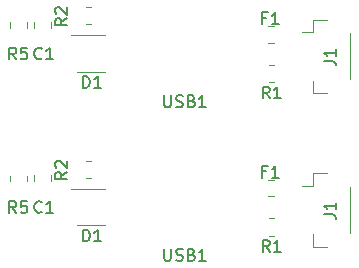
<source format=gbr>
%TF.GenerationSoftware,KiCad,Pcbnew,5.1.10-88a1d61d58~90~ubuntu20.04.1*%
%TF.CreationDate,2022-01-21T20:24:49-08:00*%
%TF.ProjectId,kb-db_panel,6b622d64-625f-4706-916e-656c2e6b6963,rev?*%
%TF.SameCoordinates,Original*%
%TF.FileFunction,Legend,Top*%
%TF.FilePolarity,Positive*%
%FSLAX46Y46*%
G04 Gerber Fmt 4.6, Leading zero omitted, Abs format (unit mm)*
G04 Created by KiCad (PCBNEW 5.1.10-88a1d61d58~90~ubuntu20.04.1) date 2022-01-21 20:24:49*
%MOMM*%
%LPD*%
G01*
G04 APERTURE LIST*
%ADD10C,0.120000*%
%ADD11C,0.150000*%
G04 APERTURE END LIST*
D10*
%TO.C,F1*%
X86533078Y-73818000D02*
X86015922Y-73818000D01*
X86533078Y-75238000D02*
X86015922Y-75238000D01*
%TO.C,D1*%
X72277000Y-74577000D02*
X69327000Y-74577000D01*
X69877000Y-77677000D02*
X72277000Y-77677000D01*
%TO.C,R1*%
X86563564Y-77095000D02*
X86109436Y-77095000D01*
X86563564Y-78565000D02*
X86109436Y-78565000D01*
%TO.C,J1*%
X93012000Y-74439000D02*
X93012000Y-78319000D01*
X89892000Y-79489000D02*
X89892000Y-78439000D01*
X91042000Y-79489000D02*
X89892000Y-79489000D01*
X89892000Y-74319000D02*
X88902000Y-74319000D01*
X89892000Y-73269000D02*
X89892000Y-74319000D01*
X91042000Y-73269000D02*
X89892000Y-73269000D01*
%TO.C,R5*%
X64162000Y-73502436D02*
X64162000Y-73956564D01*
X65632000Y-73502436D02*
X65632000Y-73956564D01*
%TO.C,C1*%
X66194000Y-73444748D02*
X66194000Y-73967252D01*
X67664000Y-73444748D02*
X67664000Y-73967252D01*
%TO.C,R2*%
X70615436Y-73679000D02*
X71069564Y-73679000D01*
X70615436Y-72209000D02*
X71069564Y-72209000D01*
%TO.C,J1*%
X93012000Y-61439000D02*
X93012000Y-65319000D01*
X89892000Y-66489000D02*
X89892000Y-65439000D01*
X91042000Y-66489000D02*
X89892000Y-66489000D01*
X89892000Y-61319000D02*
X88902000Y-61319000D01*
X89892000Y-60269000D02*
X89892000Y-61319000D01*
X91042000Y-60269000D02*
X89892000Y-60269000D01*
%TO.C,C1*%
X66194000Y-60444748D02*
X66194000Y-60967252D01*
X67664000Y-60444748D02*
X67664000Y-60967252D01*
%TO.C,R5*%
X64162000Y-60502436D02*
X64162000Y-60956564D01*
X65632000Y-60502436D02*
X65632000Y-60956564D01*
%TO.C,R2*%
X70615436Y-60679000D02*
X71069564Y-60679000D01*
X70615436Y-59209000D02*
X71069564Y-59209000D01*
%TO.C,R1*%
X86563564Y-64095000D02*
X86109436Y-64095000D01*
X86563564Y-65565000D02*
X86109436Y-65565000D01*
%TO.C,F1*%
X86533078Y-60818000D02*
X86015922Y-60818000D01*
X86533078Y-62238000D02*
X86015922Y-62238000D01*
%TO.C,D1*%
X72277000Y-61577000D02*
X69327000Y-61577000D01*
X69877000Y-64677000D02*
X72277000Y-64677000D01*
%TO.C,F1*%
D11*
X85885666Y-73119571D02*
X85552333Y-73119571D01*
X85552333Y-73643380D02*
X85552333Y-72643380D01*
X86028523Y-72643380D01*
X86933285Y-73643380D02*
X86361857Y-73643380D01*
X86647571Y-73643380D02*
X86647571Y-72643380D01*
X86552333Y-72786238D01*
X86457095Y-72881476D01*
X86361857Y-72929095D01*
%TO.C,D1*%
X70374904Y-79044380D02*
X70374904Y-78044380D01*
X70613000Y-78044380D01*
X70755857Y-78092000D01*
X70851095Y-78187238D01*
X70898714Y-78282476D01*
X70946333Y-78472952D01*
X70946333Y-78615809D01*
X70898714Y-78806285D01*
X70851095Y-78901523D01*
X70755857Y-78996761D01*
X70613000Y-79044380D01*
X70374904Y-79044380D01*
X71898714Y-79044380D02*
X71327285Y-79044380D01*
X71613000Y-79044380D02*
X71613000Y-78044380D01*
X71517761Y-78187238D01*
X71422523Y-78282476D01*
X71327285Y-78330095D01*
%TO.C,R1*%
X86169833Y-79932380D02*
X85836500Y-79456190D01*
X85598404Y-79932380D02*
X85598404Y-78932380D01*
X85979357Y-78932380D01*
X86074595Y-78980000D01*
X86122214Y-79027619D01*
X86169833Y-79122857D01*
X86169833Y-79265714D01*
X86122214Y-79360952D01*
X86074595Y-79408571D01*
X85979357Y-79456190D01*
X85598404Y-79456190D01*
X87122214Y-79932380D02*
X86550785Y-79932380D01*
X86836500Y-79932380D02*
X86836500Y-78932380D01*
X86741261Y-79075238D01*
X86646023Y-79170476D01*
X86550785Y-79218095D01*
%TO.C,J1*%
X90758380Y-76766333D02*
X91472666Y-76766333D01*
X91615523Y-76813952D01*
X91710761Y-76909190D01*
X91758380Y-77052047D01*
X91758380Y-77147285D01*
X91758380Y-75766333D02*
X91758380Y-76337761D01*
X91758380Y-76052047D02*
X90758380Y-76052047D01*
X90901238Y-76147285D01*
X90996476Y-76242523D01*
X91044095Y-76337761D01*
%TO.C,USB1*%
X77253904Y-79681380D02*
X77253904Y-80490904D01*
X77301523Y-80586142D01*
X77349142Y-80633761D01*
X77444380Y-80681380D01*
X77634857Y-80681380D01*
X77730095Y-80633761D01*
X77777714Y-80586142D01*
X77825333Y-80490904D01*
X77825333Y-79681380D01*
X78253904Y-80633761D02*
X78396761Y-80681380D01*
X78634857Y-80681380D01*
X78730095Y-80633761D01*
X78777714Y-80586142D01*
X78825333Y-80490904D01*
X78825333Y-80395666D01*
X78777714Y-80300428D01*
X78730095Y-80252809D01*
X78634857Y-80205190D01*
X78444380Y-80157571D01*
X78349142Y-80109952D01*
X78301523Y-80062333D01*
X78253904Y-79967095D01*
X78253904Y-79871857D01*
X78301523Y-79776619D01*
X78349142Y-79729000D01*
X78444380Y-79681380D01*
X78682476Y-79681380D01*
X78825333Y-79729000D01*
X79587238Y-80157571D02*
X79730095Y-80205190D01*
X79777714Y-80252809D01*
X79825333Y-80348047D01*
X79825333Y-80490904D01*
X79777714Y-80586142D01*
X79730095Y-80633761D01*
X79634857Y-80681380D01*
X79253904Y-80681380D01*
X79253904Y-79681380D01*
X79587238Y-79681380D01*
X79682476Y-79729000D01*
X79730095Y-79776619D01*
X79777714Y-79871857D01*
X79777714Y-79967095D01*
X79730095Y-80062333D01*
X79682476Y-80109952D01*
X79587238Y-80157571D01*
X79253904Y-80157571D01*
X80777714Y-80681380D02*
X80206285Y-80681380D01*
X80492000Y-80681380D02*
X80492000Y-79681380D01*
X80396761Y-79824238D01*
X80301523Y-79919476D01*
X80206285Y-79967095D01*
%TO.C,R5*%
X64723333Y-76631380D02*
X64390000Y-76155190D01*
X64151904Y-76631380D02*
X64151904Y-75631380D01*
X64532857Y-75631380D01*
X64628095Y-75679000D01*
X64675714Y-75726619D01*
X64723333Y-75821857D01*
X64723333Y-75964714D01*
X64675714Y-76059952D01*
X64628095Y-76107571D01*
X64532857Y-76155190D01*
X64151904Y-76155190D01*
X65628095Y-75631380D02*
X65151904Y-75631380D01*
X65104285Y-76107571D01*
X65151904Y-76059952D01*
X65247142Y-76012333D01*
X65485238Y-76012333D01*
X65580476Y-76059952D01*
X65628095Y-76107571D01*
X65675714Y-76202809D01*
X65675714Y-76440904D01*
X65628095Y-76536142D01*
X65580476Y-76583761D01*
X65485238Y-76631380D01*
X65247142Y-76631380D01*
X65151904Y-76583761D01*
X65104285Y-76536142D01*
%TO.C,C1*%
X66882333Y-76536142D02*
X66834714Y-76583761D01*
X66691857Y-76631380D01*
X66596619Y-76631380D01*
X66453761Y-76583761D01*
X66358523Y-76488523D01*
X66310904Y-76393285D01*
X66263285Y-76202809D01*
X66263285Y-76059952D01*
X66310904Y-75869476D01*
X66358523Y-75774238D01*
X66453761Y-75679000D01*
X66596619Y-75631380D01*
X66691857Y-75631380D01*
X66834714Y-75679000D01*
X66882333Y-75726619D01*
X67834714Y-76631380D02*
X67263285Y-76631380D01*
X67549000Y-76631380D02*
X67549000Y-75631380D01*
X67453761Y-75774238D01*
X67358523Y-75869476D01*
X67263285Y-75917095D01*
%TO.C,R2*%
X69025380Y-73170666D02*
X68549190Y-73504000D01*
X69025380Y-73742095D02*
X68025380Y-73742095D01*
X68025380Y-73361142D01*
X68073000Y-73265904D01*
X68120619Y-73218285D01*
X68215857Y-73170666D01*
X68358714Y-73170666D01*
X68453952Y-73218285D01*
X68501571Y-73265904D01*
X68549190Y-73361142D01*
X68549190Y-73742095D01*
X68120619Y-72789714D02*
X68073000Y-72742095D01*
X68025380Y-72646857D01*
X68025380Y-72408761D01*
X68073000Y-72313523D01*
X68120619Y-72265904D01*
X68215857Y-72218285D01*
X68311095Y-72218285D01*
X68453952Y-72265904D01*
X69025380Y-72837333D01*
X69025380Y-72218285D01*
%TO.C,J1*%
X90758380Y-63766333D02*
X91472666Y-63766333D01*
X91615523Y-63813952D01*
X91710761Y-63909190D01*
X91758380Y-64052047D01*
X91758380Y-64147285D01*
X91758380Y-62766333D02*
X91758380Y-63337761D01*
X91758380Y-63052047D02*
X90758380Y-63052047D01*
X90901238Y-63147285D01*
X90996476Y-63242523D01*
X91044095Y-63337761D01*
%TO.C,C1*%
X66882333Y-63536142D02*
X66834714Y-63583761D01*
X66691857Y-63631380D01*
X66596619Y-63631380D01*
X66453761Y-63583761D01*
X66358523Y-63488523D01*
X66310904Y-63393285D01*
X66263285Y-63202809D01*
X66263285Y-63059952D01*
X66310904Y-62869476D01*
X66358523Y-62774238D01*
X66453761Y-62679000D01*
X66596619Y-62631380D01*
X66691857Y-62631380D01*
X66834714Y-62679000D01*
X66882333Y-62726619D01*
X67834714Y-63631380D02*
X67263285Y-63631380D01*
X67549000Y-63631380D02*
X67549000Y-62631380D01*
X67453761Y-62774238D01*
X67358523Y-62869476D01*
X67263285Y-62917095D01*
%TO.C,USB1*%
X77253904Y-66681380D02*
X77253904Y-67490904D01*
X77301523Y-67586142D01*
X77349142Y-67633761D01*
X77444380Y-67681380D01*
X77634857Y-67681380D01*
X77730095Y-67633761D01*
X77777714Y-67586142D01*
X77825333Y-67490904D01*
X77825333Y-66681380D01*
X78253904Y-67633761D02*
X78396761Y-67681380D01*
X78634857Y-67681380D01*
X78730095Y-67633761D01*
X78777714Y-67586142D01*
X78825333Y-67490904D01*
X78825333Y-67395666D01*
X78777714Y-67300428D01*
X78730095Y-67252809D01*
X78634857Y-67205190D01*
X78444380Y-67157571D01*
X78349142Y-67109952D01*
X78301523Y-67062333D01*
X78253904Y-66967095D01*
X78253904Y-66871857D01*
X78301523Y-66776619D01*
X78349142Y-66729000D01*
X78444380Y-66681380D01*
X78682476Y-66681380D01*
X78825333Y-66729000D01*
X79587238Y-67157571D02*
X79730095Y-67205190D01*
X79777714Y-67252809D01*
X79825333Y-67348047D01*
X79825333Y-67490904D01*
X79777714Y-67586142D01*
X79730095Y-67633761D01*
X79634857Y-67681380D01*
X79253904Y-67681380D01*
X79253904Y-66681380D01*
X79587238Y-66681380D01*
X79682476Y-66729000D01*
X79730095Y-66776619D01*
X79777714Y-66871857D01*
X79777714Y-66967095D01*
X79730095Y-67062333D01*
X79682476Y-67109952D01*
X79587238Y-67157571D01*
X79253904Y-67157571D01*
X80777714Y-67681380D02*
X80206285Y-67681380D01*
X80492000Y-67681380D02*
X80492000Y-66681380D01*
X80396761Y-66824238D01*
X80301523Y-66919476D01*
X80206285Y-66967095D01*
%TO.C,R5*%
X64723333Y-63631380D02*
X64390000Y-63155190D01*
X64151904Y-63631380D02*
X64151904Y-62631380D01*
X64532857Y-62631380D01*
X64628095Y-62679000D01*
X64675714Y-62726619D01*
X64723333Y-62821857D01*
X64723333Y-62964714D01*
X64675714Y-63059952D01*
X64628095Y-63107571D01*
X64532857Y-63155190D01*
X64151904Y-63155190D01*
X65628095Y-62631380D02*
X65151904Y-62631380D01*
X65104285Y-63107571D01*
X65151904Y-63059952D01*
X65247142Y-63012333D01*
X65485238Y-63012333D01*
X65580476Y-63059952D01*
X65628095Y-63107571D01*
X65675714Y-63202809D01*
X65675714Y-63440904D01*
X65628095Y-63536142D01*
X65580476Y-63583761D01*
X65485238Y-63631380D01*
X65247142Y-63631380D01*
X65151904Y-63583761D01*
X65104285Y-63536142D01*
%TO.C,R2*%
X69025380Y-60170666D02*
X68549190Y-60504000D01*
X69025380Y-60742095D02*
X68025380Y-60742095D01*
X68025380Y-60361142D01*
X68073000Y-60265904D01*
X68120619Y-60218285D01*
X68215857Y-60170666D01*
X68358714Y-60170666D01*
X68453952Y-60218285D01*
X68501571Y-60265904D01*
X68549190Y-60361142D01*
X68549190Y-60742095D01*
X68120619Y-59789714D02*
X68073000Y-59742095D01*
X68025380Y-59646857D01*
X68025380Y-59408761D01*
X68073000Y-59313523D01*
X68120619Y-59265904D01*
X68215857Y-59218285D01*
X68311095Y-59218285D01*
X68453952Y-59265904D01*
X69025380Y-59837333D01*
X69025380Y-59218285D01*
%TO.C,R1*%
X86169833Y-66932380D02*
X85836500Y-66456190D01*
X85598404Y-66932380D02*
X85598404Y-65932380D01*
X85979357Y-65932380D01*
X86074595Y-65980000D01*
X86122214Y-66027619D01*
X86169833Y-66122857D01*
X86169833Y-66265714D01*
X86122214Y-66360952D01*
X86074595Y-66408571D01*
X85979357Y-66456190D01*
X85598404Y-66456190D01*
X87122214Y-66932380D02*
X86550785Y-66932380D01*
X86836500Y-66932380D02*
X86836500Y-65932380D01*
X86741261Y-66075238D01*
X86646023Y-66170476D01*
X86550785Y-66218095D01*
%TO.C,F1*%
X85885666Y-60119571D02*
X85552333Y-60119571D01*
X85552333Y-60643380D02*
X85552333Y-59643380D01*
X86028523Y-59643380D01*
X86933285Y-60643380D02*
X86361857Y-60643380D01*
X86647571Y-60643380D02*
X86647571Y-59643380D01*
X86552333Y-59786238D01*
X86457095Y-59881476D01*
X86361857Y-59929095D01*
%TO.C,D1*%
X70374904Y-66044380D02*
X70374904Y-65044380D01*
X70613000Y-65044380D01*
X70755857Y-65092000D01*
X70851095Y-65187238D01*
X70898714Y-65282476D01*
X70946333Y-65472952D01*
X70946333Y-65615809D01*
X70898714Y-65806285D01*
X70851095Y-65901523D01*
X70755857Y-65996761D01*
X70613000Y-66044380D01*
X70374904Y-66044380D01*
X71898714Y-66044380D02*
X71327285Y-66044380D01*
X71613000Y-66044380D02*
X71613000Y-65044380D01*
X71517761Y-65187238D01*
X71422523Y-65282476D01*
X71327285Y-65330095D01*
%TD*%
M02*

</source>
